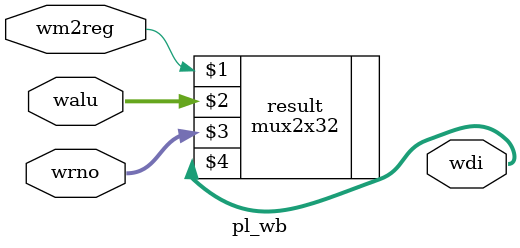
<source format=v>
module pl_wb (walu, wrno, wm2reg, 
			  wdi);
	input [31:0] walu, wrno;
	input wm2reg;
	output [31:0] wdi;

	mux2x32 result (wm2reg, walu, wrno, wdi);

endmodule
</source>
